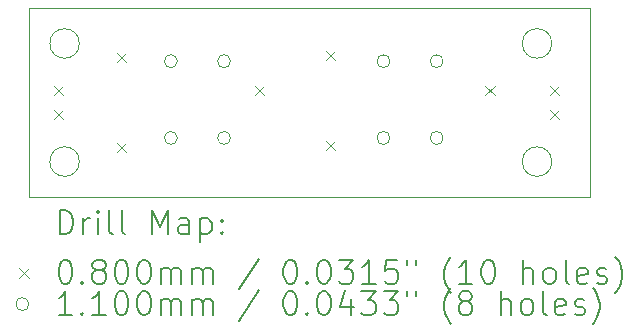
<source format=gbr>
%TF.GenerationSoftware,KiCad,Pcbnew,8.0.4*%
%TF.CreationDate,2024-08-25T20:44:00+02:00*%
%TF.ProjectId,PlayerMusic-VolumePCB,506c6179-6572-44d7-9573-69632d566f6c,rev?*%
%TF.SameCoordinates,Original*%
%TF.FileFunction,Drillmap*%
%TF.FilePolarity,Positive*%
%FSLAX45Y45*%
G04 Gerber Fmt 4.5, Leading zero omitted, Abs format (unit mm)*
G04 Created by KiCad (PCBNEW 8.0.4) date 2024-08-25 20:44:00*
%MOMM*%
%LPD*%
G01*
G04 APERTURE LIST*
%ADD10C,0.050000*%
%ADD11C,0.200000*%
%ADD12C,0.100000*%
%ADD13C,0.110000*%
G04 APERTURE END LIST*
D10*
X0Y0D02*
X4750000Y0D01*
X4750000Y-1600000D01*
X0Y-1600000D01*
X0Y0D01*
X425000Y-1300000D02*
G75*
G02*
X175000Y-1300000I-125000J0D01*
G01*
X175000Y-1300000D02*
G75*
G02*
X425000Y-1300000I125000J0D01*
G01*
X4425000Y-1300000D02*
G75*
G02*
X4175000Y-1300000I-125000J0D01*
G01*
X4175000Y-1300000D02*
G75*
G02*
X4425000Y-1300000I125000J0D01*
G01*
X425000Y-300000D02*
G75*
G02*
X175000Y-300000I-125000J0D01*
G01*
X175000Y-300000D02*
G75*
G02*
X425000Y-300000I125000J0D01*
G01*
X4425000Y-300000D02*
G75*
G02*
X4175000Y-300000I-125000J0D01*
G01*
X4175000Y-300000D02*
G75*
G02*
X4425000Y-300000I125000J0D01*
G01*
D11*
D12*
X210000Y-660000D02*
X290000Y-740000D01*
X290000Y-660000D02*
X210000Y-740000D01*
X210000Y-860000D02*
X290000Y-940000D01*
X290000Y-860000D02*
X210000Y-940000D01*
X740500Y-379000D02*
X820500Y-459000D01*
X820500Y-379000D02*
X740500Y-459000D01*
X740500Y-1141000D02*
X820500Y-1221000D01*
X820500Y-1141000D02*
X740500Y-1221000D01*
X1910000Y-660000D02*
X1990000Y-740000D01*
X1990000Y-660000D02*
X1910000Y-740000D01*
X2510000Y-360000D02*
X2590000Y-440000D01*
X2590000Y-360000D02*
X2510000Y-440000D01*
X2510000Y-1122000D02*
X2590000Y-1202000D01*
X2590000Y-1122000D02*
X2510000Y-1202000D01*
X3860000Y-660000D02*
X3940000Y-740000D01*
X3940000Y-660000D02*
X3860000Y-740000D01*
X4410000Y-660000D02*
X4490000Y-740000D01*
X4490000Y-660000D02*
X4410000Y-740000D01*
X4410000Y-860000D02*
X4490000Y-940000D01*
X4490000Y-860000D02*
X4410000Y-940000D01*
D13*
X1255000Y-450000D02*
G75*
G02*
X1145000Y-450000I-55000J0D01*
G01*
X1145000Y-450000D02*
G75*
G02*
X1255000Y-450000I55000J0D01*
G01*
X1255000Y-1100000D02*
G75*
G02*
X1145000Y-1100000I-55000J0D01*
G01*
X1145000Y-1100000D02*
G75*
G02*
X1255000Y-1100000I55000J0D01*
G01*
X1705000Y-450000D02*
G75*
G02*
X1595000Y-450000I-55000J0D01*
G01*
X1595000Y-450000D02*
G75*
G02*
X1705000Y-450000I55000J0D01*
G01*
X1705000Y-1100000D02*
G75*
G02*
X1595000Y-1100000I-55000J0D01*
G01*
X1595000Y-1100000D02*
G75*
G02*
X1705000Y-1100000I55000J0D01*
G01*
X3055000Y-450000D02*
G75*
G02*
X2945000Y-450000I-55000J0D01*
G01*
X2945000Y-450000D02*
G75*
G02*
X3055000Y-450000I55000J0D01*
G01*
X3055000Y-1100000D02*
G75*
G02*
X2945000Y-1100000I-55000J0D01*
G01*
X2945000Y-1100000D02*
G75*
G02*
X3055000Y-1100000I55000J0D01*
G01*
X3505000Y-450000D02*
G75*
G02*
X3395000Y-450000I-55000J0D01*
G01*
X3395000Y-450000D02*
G75*
G02*
X3505000Y-450000I55000J0D01*
G01*
X3505000Y-1100000D02*
G75*
G02*
X3395000Y-1100000I-55000J0D01*
G01*
X3395000Y-1100000D02*
G75*
G02*
X3505000Y-1100000I55000J0D01*
G01*
D11*
X258277Y-1913984D02*
X258277Y-1713984D01*
X258277Y-1713984D02*
X305896Y-1713984D01*
X305896Y-1713984D02*
X334467Y-1723508D01*
X334467Y-1723508D02*
X353515Y-1742555D01*
X353515Y-1742555D02*
X363039Y-1761603D01*
X363039Y-1761603D02*
X372562Y-1799698D01*
X372562Y-1799698D02*
X372562Y-1828269D01*
X372562Y-1828269D02*
X363039Y-1866365D01*
X363039Y-1866365D02*
X353515Y-1885412D01*
X353515Y-1885412D02*
X334467Y-1904460D01*
X334467Y-1904460D02*
X305896Y-1913984D01*
X305896Y-1913984D02*
X258277Y-1913984D01*
X458277Y-1913984D02*
X458277Y-1780650D01*
X458277Y-1818746D02*
X467801Y-1799698D01*
X467801Y-1799698D02*
X477324Y-1790174D01*
X477324Y-1790174D02*
X496372Y-1780650D01*
X496372Y-1780650D02*
X515420Y-1780650D01*
X582086Y-1913984D02*
X582086Y-1780650D01*
X582086Y-1713984D02*
X572563Y-1723508D01*
X572563Y-1723508D02*
X582086Y-1733031D01*
X582086Y-1733031D02*
X591610Y-1723508D01*
X591610Y-1723508D02*
X582086Y-1713984D01*
X582086Y-1713984D02*
X582086Y-1733031D01*
X705896Y-1913984D02*
X686848Y-1904460D01*
X686848Y-1904460D02*
X677324Y-1885412D01*
X677324Y-1885412D02*
X677324Y-1713984D01*
X810658Y-1913984D02*
X791610Y-1904460D01*
X791610Y-1904460D02*
X782086Y-1885412D01*
X782086Y-1885412D02*
X782086Y-1713984D01*
X1039229Y-1913984D02*
X1039229Y-1713984D01*
X1039229Y-1713984D02*
X1105896Y-1856841D01*
X1105896Y-1856841D02*
X1172563Y-1713984D01*
X1172563Y-1713984D02*
X1172563Y-1913984D01*
X1353515Y-1913984D02*
X1353515Y-1809222D01*
X1353515Y-1809222D02*
X1343991Y-1790174D01*
X1343991Y-1790174D02*
X1324944Y-1780650D01*
X1324944Y-1780650D02*
X1286848Y-1780650D01*
X1286848Y-1780650D02*
X1267801Y-1790174D01*
X1353515Y-1904460D02*
X1334467Y-1913984D01*
X1334467Y-1913984D02*
X1286848Y-1913984D01*
X1286848Y-1913984D02*
X1267801Y-1904460D01*
X1267801Y-1904460D02*
X1258277Y-1885412D01*
X1258277Y-1885412D02*
X1258277Y-1866365D01*
X1258277Y-1866365D02*
X1267801Y-1847317D01*
X1267801Y-1847317D02*
X1286848Y-1837793D01*
X1286848Y-1837793D02*
X1334467Y-1837793D01*
X1334467Y-1837793D02*
X1353515Y-1828269D01*
X1448753Y-1780650D02*
X1448753Y-1980650D01*
X1448753Y-1790174D02*
X1467801Y-1780650D01*
X1467801Y-1780650D02*
X1505896Y-1780650D01*
X1505896Y-1780650D02*
X1524943Y-1790174D01*
X1524943Y-1790174D02*
X1534467Y-1799698D01*
X1534467Y-1799698D02*
X1543991Y-1818746D01*
X1543991Y-1818746D02*
X1543991Y-1875888D01*
X1543991Y-1875888D02*
X1534467Y-1894936D01*
X1534467Y-1894936D02*
X1524943Y-1904460D01*
X1524943Y-1904460D02*
X1505896Y-1913984D01*
X1505896Y-1913984D02*
X1467801Y-1913984D01*
X1467801Y-1913984D02*
X1448753Y-1904460D01*
X1629705Y-1894936D02*
X1639229Y-1904460D01*
X1639229Y-1904460D02*
X1629705Y-1913984D01*
X1629705Y-1913984D02*
X1620182Y-1904460D01*
X1620182Y-1904460D02*
X1629705Y-1894936D01*
X1629705Y-1894936D02*
X1629705Y-1913984D01*
X1629705Y-1790174D02*
X1639229Y-1799698D01*
X1639229Y-1799698D02*
X1629705Y-1809222D01*
X1629705Y-1809222D02*
X1620182Y-1799698D01*
X1620182Y-1799698D02*
X1629705Y-1790174D01*
X1629705Y-1790174D02*
X1629705Y-1809222D01*
D12*
X-82500Y-2202500D02*
X-2500Y-2282500D01*
X-2500Y-2202500D02*
X-82500Y-2282500D01*
D11*
X296372Y-2133984D02*
X315420Y-2133984D01*
X315420Y-2133984D02*
X334467Y-2143508D01*
X334467Y-2143508D02*
X343991Y-2153031D01*
X343991Y-2153031D02*
X353515Y-2172079D01*
X353515Y-2172079D02*
X363039Y-2210174D01*
X363039Y-2210174D02*
X363039Y-2257793D01*
X363039Y-2257793D02*
X353515Y-2295889D01*
X353515Y-2295889D02*
X343991Y-2314936D01*
X343991Y-2314936D02*
X334467Y-2324460D01*
X334467Y-2324460D02*
X315420Y-2333984D01*
X315420Y-2333984D02*
X296372Y-2333984D01*
X296372Y-2333984D02*
X277324Y-2324460D01*
X277324Y-2324460D02*
X267801Y-2314936D01*
X267801Y-2314936D02*
X258277Y-2295889D01*
X258277Y-2295889D02*
X248753Y-2257793D01*
X248753Y-2257793D02*
X248753Y-2210174D01*
X248753Y-2210174D02*
X258277Y-2172079D01*
X258277Y-2172079D02*
X267801Y-2153031D01*
X267801Y-2153031D02*
X277324Y-2143508D01*
X277324Y-2143508D02*
X296372Y-2133984D01*
X448753Y-2314936D02*
X458277Y-2324460D01*
X458277Y-2324460D02*
X448753Y-2333984D01*
X448753Y-2333984D02*
X439229Y-2324460D01*
X439229Y-2324460D02*
X448753Y-2314936D01*
X448753Y-2314936D02*
X448753Y-2333984D01*
X572563Y-2219698D02*
X553515Y-2210174D01*
X553515Y-2210174D02*
X543991Y-2200650D01*
X543991Y-2200650D02*
X534467Y-2181603D01*
X534467Y-2181603D02*
X534467Y-2172079D01*
X534467Y-2172079D02*
X543991Y-2153031D01*
X543991Y-2153031D02*
X553515Y-2143508D01*
X553515Y-2143508D02*
X572563Y-2133984D01*
X572563Y-2133984D02*
X610658Y-2133984D01*
X610658Y-2133984D02*
X629705Y-2143508D01*
X629705Y-2143508D02*
X639229Y-2153031D01*
X639229Y-2153031D02*
X648753Y-2172079D01*
X648753Y-2172079D02*
X648753Y-2181603D01*
X648753Y-2181603D02*
X639229Y-2200650D01*
X639229Y-2200650D02*
X629705Y-2210174D01*
X629705Y-2210174D02*
X610658Y-2219698D01*
X610658Y-2219698D02*
X572563Y-2219698D01*
X572563Y-2219698D02*
X553515Y-2229222D01*
X553515Y-2229222D02*
X543991Y-2238746D01*
X543991Y-2238746D02*
X534467Y-2257793D01*
X534467Y-2257793D02*
X534467Y-2295889D01*
X534467Y-2295889D02*
X543991Y-2314936D01*
X543991Y-2314936D02*
X553515Y-2324460D01*
X553515Y-2324460D02*
X572563Y-2333984D01*
X572563Y-2333984D02*
X610658Y-2333984D01*
X610658Y-2333984D02*
X629705Y-2324460D01*
X629705Y-2324460D02*
X639229Y-2314936D01*
X639229Y-2314936D02*
X648753Y-2295889D01*
X648753Y-2295889D02*
X648753Y-2257793D01*
X648753Y-2257793D02*
X639229Y-2238746D01*
X639229Y-2238746D02*
X629705Y-2229222D01*
X629705Y-2229222D02*
X610658Y-2219698D01*
X772562Y-2133984D02*
X791610Y-2133984D01*
X791610Y-2133984D02*
X810658Y-2143508D01*
X810658Y-2143508D02*
X820182Y-2153031D01*
X820182Y-2153031D02*
X829705Y-2172079D01*
X829705Y-2172079D02*
X839229Y-2210174D01*
X839229Y-2210174D02*
X839229Y-2257793D01*
X839229Y-2257793D02*
X829705Y-2295889D01*
X829705Y-2295889D02*
X820182Y-2314936D01*
X820182Y-2314936D02*
X810658Y-2324460D01*
X810658Y-2324460D02*
X791610Y-2333984D01*
X791610Y-2333984D02*
X772562Y-2333984D01*
X772562Y-2333984D02*
X753515Y-2324460D01*
X753515Y-2324460D02*
X743991Y-2314936D01*
X743991Y-2314936D02*
X734467Y-2295889D01*
X734467Y-2295889D02*
X724943Y-2257793D01*
X724943Y-2257793D02*
X724943Y-2210174D01*
X724943Y-2210174D02*
X734467Y-2172079D01*
X734467Y-2172079D02*
X743991Y-2153031D01*
X743991Y-2153031D02*
X753515Y-2143508D01*
X753515Y-2143508D02*
X772562Y-2133984D01*
X963039Y-2133984D02*
X982086Y-2133984D01*
X982086Y-2133984D02*
X1001134Y-2143508D01*
X1001134Y-2143508D02*
X1010658Y-2153031D01*
X1010658Y-2153031D02*
X1020182Y-2172079D01*
X1020182Y-2172079D02*
X1029705Y-2210174D01*
X1029705Y-2210174D02*
X1029705Y-2257793D01*
X1029705Y-2257793D02*
X1020182Y-2295889D01*
X1020182Y-2295889D02*
X1010658Y-2314936D01*
X1010658Y-2314936D02*
X1001134Y-2324460D01*
X1001134Y-2324460D02*
X982086Y-2333984D01*
X982086Y-2333984D02*
X963039Y-2333984D01*
X963039Y-2333984D02*
X943991Y-2324460D01*
X943991Y-2324460D02*
X934467Y-2314936D01*
X934467Y-2314936D02*
X924943Y-2295889D01*
X924943Y-2295889D02*
X915420Y-2257793D01*
X915420Y-2257793D02*
X915420Y-2210174D01*
X915420Y-2210174D02*
X924943Y-2172079D01*
X924943Y-2172079D02*
X934467Y-2153031D01*
X934467Y-2153031D02*
X943991Y-2143508D01*
X943991Y-2143508D02*
X963039Y-2133984D01*
X1115420Y-2333984D02*
X1115420Y-2200650D01*
X1115420Y-2219698D02*
X1124944Y-2210174D01*
X1124944Y-2210174D02*
X1143991Y-2200650D01*
X1143991Y-2200650D02*
X1172563Y-2200650D01*
X1172563Y-2200650D02*
X1191610Y-2210174D01*
X1191610Y-2210174D02*
X1201134Y-2229222D01*
X1201134Y-2229222D02*
X1201134Y-2333984D01*
X1201134Y-2229222D02*
X1210658Y-2210174D01*
X1210658Y-2210174D02*
X1229705Y-2200650D01*
X1229705Y-2200650D02*
X1258277Y-2200650D01*
X1258277Y-2200650D02*
X1277325Y-2210174D01*
X1277325Y-2210174D02*
X1286848Y-2229222D01*
X1286848Y-2229222D02*
X1286848Y-2333984D01*
X1382086Y-2333984D02*
X1382086Y-2200650D01*
X1382086Y-2219698D02*
X1391610Y-2210174D01*
X1391610Y-2210174D02*
X1410658Y-2200650D01*
X1410658Y-2200650D02*
X1439229Y-2200650D01*
X1439229Y-2200650D02*
X1458277Y-2210174D01*
X1458277Y-2210174D02*
X1467801Y-2229222D01*
X1467801Y-2229222D02*
X1467801Y-2333984D01*
X1467801Y-2229222D02*
X1477324Y-2210174D01*
X1477324Y-2210174D02*
X1496372Y-2200650D01*
X1496372Y-2200650D02*
X1524943Y-2200650D01*
X1524943Y-2200650D02*
X1543991Y-2210174D01*
X1543991Y-2210174D02*
X1553515Y-2229222D01*
X1553515Y-2229222D02*
X1553515Y-2333984D01*
X1943991Y-2124460D02*
X1772563Y-2381603D01*
X2201134Y-2133984D02*
X2220182Y-2133984D01*
X2220182Y-2133984D02*
X2239229Y-2143508D01*
X2239229Y-2143508D02*
X2248753Y-2153031D01*
X2248753Y-2153031D02*
X2258277Y-2172079D01*
X2258277Y-2172079D02*
X2267801Y-2210174D01*
X2267801Y-2210174D02*
X2267801Y-2257793D01*
X2267801Y-2257793D02*
X2258277Y-2295889D01*
X2258277Y-2295889D02*
X2248753Y-2314936D01*
X2248753Y-2314936D02*
X2239229Y-2324460D01*
X2239229Y-2324460D02*
X2220182Y-2333984D01*
X2220182Y-2333984D02*
X2201134Y-2333984D01*
X2201134Y-2333984D02*
X2182087Y-2324460D01*
X2182087Y-2324460D02*
X2172563Y-2314936D01*
X2172563Y-2314936D02*
X2163039Y-2295889D01*
X2163039Y-2295889D02*
X2153515Y-2257793D01*
X2153515Y-2257793D02*
X2153515Y-2210174D01*
X2153515Y-2210174D02*
X2163039Y-2172079D01*
X2163039Y-2172079D02*
X2172563Y-2153031D01*
X2172563Y-2153031D02*
X2182087Y-2143508D01*
X2182087Y-2143508D02*
X2201134Y-2133984D01*
X2353515Y-2314936D02*
X2363039Y-2324460D01*
X2363039Y-2324460D02*
X2353515Y-2333984D01*
X2353515Y-2333984D02*
X2343991Y-2324460D01*
X2343991Y-2324460D02*
X2353515Y-2314936D01*
X2353515Y-2314936D02*
X2353515Y-2333984D01*
X2486848Y-2133984D02*
X2505896Y-2133984D01*
X2505896Y-2133984D02*
X2524944Y-2143508D01*
X2524944Y-2143508D02*
X2534468Y-2153031D01*
X2534468Y-2153031D02*
X2543991Y-2172079D01*
X2543991Y-2172079D02*
X2553515Y-2210174D01*
X2553515Y-2210174D02*
X2553515Y-2257793D01*
X2553515Y-2257793D02*
X2543991Y-2295889D01*
X2543991Y-2295889D02*
X2534468Y-2314936D01*
X2534468Y-2314936D02*
X2524944Y-2324460D01*
X2524944Y-2324460D02*
X2505896Y-2333984D01*
X2505896Y-2333984D02*
X2486848Y-2333984D01*
X2486848Y-2333984D02*
X2467801Y-2324460D01*
X2467801Y-2324460D02*
X2458277Y-2314936D01*
X2458277Y-2314936D02*
X2448753Y-2295889D01*
X2448753Y-2295889D02*
X2439229Y-2257793D01*
X2439229Y-2257793D02*
X2439229Y-2210174D01*
X2439229Y-2210174D02*
X2448753Y-2172079D01*
X2448753Y-2172079D02*
X2458277Y-2153031D01*
X2458277Y-2153031D02*
X2467801Y-2143508D01*
X2467801Y-2143508D02*
X2486848Y-2133984D01*
X2620182Y-2133984D02*
X2743991Y-2133984D01*
X2743991Y-2133984D02*
X2677325Y-2210174D01*
X2677325Y-2210174D02*
X2705896Y-2210174D01*
X2705896Y-2210174D02*
X2724944Y-2219698D01*
X2724944Y-2219698D02*
X2734468Y-2229222D01*
X2734468Y-2229222D02*
X2743991Y-2248270D01*
X2743991Y-2248270D02*
X2743991Y-2295889D01*
X2743991Y-2295889D02*
X2734468Y-2314936D01*
X2734468Y-2314936D02*
X2724944Y-2324460D01*
X2724944Y-2324460D02*
X2705896Y-2333984D01*
X2705896Y-2333984D02*
X2648753Y-2333984D01*
X2648753Y-2333984D02*
X2629706Y-2324460D01*
X2629706Y-2324460D02*
X2620182Y-2314936D01*
X2934467Y-2333984D02*
X2820182Y-2333984D01*
X2877325Y-2333984D02*
X2877325Y-2133984D01*
X2877325Y-2133984D02*
X2858277Y-2162555D01*
X2858277Y-2162555D02*
X2839229Y-2181603D01*
X2839229Y-2181603D02*
X2820182Y-2191127D01*
X3115420Y-2133984D02*
X3020182Y-2133984D01*
X3020182Y-2133984D02*
X3010658Y-2229222D01*
X3010658Y-2229222D02*
X3020182Y-2219698D01*
X3020182Y-2219698D02*
X3039229Y-2210174D01*
X3039229Y-2210174D02*
X3086848Y-2210174D01*
X3086848Y-2210174D02*
X3105896Y-2219698D01*
X3105896Y-2219698D02*
X3115420Y-2229222D01*
X3115420Y-2229222D02*
X3124944Y-2248270D01*
X3124944Y-2248270D02*
X3124944Y-2295889D01*
X3124944Y-2295889D02*
X3115420Y-2314936D01*
X3115420Y-2314936D02*
X3105896Y-2324460D01*
X3105896Y-2324460D02*
X3086848Y-2333984D01*
X3086848Y-2333984D02*
X3039229Y-2333984D01*
X3039229Y-2333984D02*
X3020182Y-2324460D01*
X3020182Y-2324460D02*
X3010658Y-2314936D01*
X3201134Y-2133984D02*
X3201134Y-2172079D01*
X3277325Y-2133984D02*
X3277325Y-2172079D01*
X3572563Y-2410174D02*
X3563039Y-2400650D01*
X3563039Y-2400650D02*
X3543991Y-2372079D01*
X3543991Y-2372079D02*
X3534468Y-2353031D01*
X3534468Y-2353031D02*
X3524944Y-2324460D01*
X3524944Y-2324460D02*
X3515420Y-2276841D01*
X3515420Y-2276841D02*
X3515420Y-2238746D01*
X3515420Y-2238746D02*
X3524944Y-2191127D01*
X3524944Y-2191127D02*
X3534468Y-2162555D01*
X3534468Y-2162555D02*
X3543991Y-2143508D01*
X3543991Y-2143508D02*
X3563039Y-2114936D01*
X3563039Y-2114936D02*
X3572563Y-2105412D01*
X3753515Y-2333984D02*
X3639229Y-2333984D01*
X3696372Y-2333984D02*
X3696372Y-2133984D01*
X3696372Y-2133984D02*
X3677325Y-2162555D01*
X3677325Y-2162555D02*
X3658277Y-2181603D01*
X3658277Y-2181603D02*
X3639229Y-2191127D01*
X3877325Y-2133984D02*
X3896372Y-2133984D01*
X3896372Y-2133984D02*
X3915420Y-2143508D01*
X3915420Y-2143508D02*
X3924944Y-2153031D01*
X3924944Y-2153031D02*
X3934468Y-2172079D01*
X3934468Y-2172079D02*
X3943991Y-2210174D01*
X3943991Y-2210174D02*
X3943991Y-2257793D01*
X3943991Y-2257793D02*
X3934468Y-2295889D01*
X3934468Y-2295889D02*
X3924944Y-2314936D01*
X3924944Y-2314936D02*
X3915420Y-2324460D01*
X3915420Y-2324460D02*
X3896372Y-2333984D01*
X3896372Y-2333984D02*
X3877325Y-2333984D01*
X3877325Y-2333984D02*
X3858277Y-2324460D01*
X3858277Y-2324460D02*
X3848753Y-2314936D01*
X3848753Y-2314936D02*
X3839229Y-2295889D01*
X3839229Y-2295889D02*
X3829706Y-2257793D01*
X3829706Y-2257793D02*
X3829706Y-2210174D01*
X3829706Y-2210174D02*
X3839229Y-2172079D01*
X3839229Y-2172079D02*
X3848753Y-2153031D01*
X3848753Y-2153031D02*
X3858277Y-2143508D01*
X3858277Y-2143508D02*
X3877325Y-2133984D01*
X4182087Y-2333984D02*
X4182087Y-2133984D01*
X4267801Y-2333984D02*
X4267801Y-2229222D01*
X4267801Y-2229222D02*
X4258277Y-2210174D01*
X4258277Y-2210174D02*
X4239230Y-2200650D01*
X4239230Y-2200650D02*
X4210658Y-2200650D01*
X4210658Y-2200650D02*
X4191610Y-2210174D01*
X4191610Y-2210174D02*
X4182087Y-2219698D01*
X4391611Y-2333984D02*
X4372563Y-2324460D01*
X4372563Y-2324460D02*
X4363039Y-2314936D01*
X4363039Y-2314936D02*
X4353515Y-2295889D01*
X4353515Y-2295889D02*
X4353515Y-2238746D01*
X4353515Y-2238746D02*
X4363039Y-2219698D01*
X4363039Y-2219698D02*
X4372563Y-2210174D01*
X4372563Y-2210174D02*
X4391611Y-2200650D01*
X4391611Y-2200650D02*
X4420182Y-2200650D01*
X4420182Y-2200650D02*
X4439230Y-2210174D01*
X4439230Y-2210174D02*
X4448753Y-2219698D01*
X4448753Y-2219698D02*
X4458277Y-2238746D01*
X4458277Y-2238746D02*
X4458277Y-2295889D01*
X4458277Y-2295889D02*
X4448753Y-2314936D01*
X4448753Y-2314936D02*
X4439230Y-2324460D01*
X4439230Y-2324460D02*
X4420182Y-2333984D01*
X4420182Y-2333984D02*
X4391611Y-2333984D01*
X4572563Y-2333984D02*
X4553515Y-2324460D01*
X4553515Y-2324460D02*
X4543992Y-2305412D01*
X4543992Y-2305412D02*
X4543992Y-2133984D01*
X4724944Y-2324460D02*
X4705896Y-2333984D01*
X4705896Y-2333984D02*
X4667801Y-2333984D01*
X4667801Y-2333984D02*
X4648753Y-2324460D01*
X4648753Y-2324460D02*
X4639230Y-2305412D01*
X4639230Y-2305412D02*
X4639230Y-2229222D01*
X4639230Y-2229222D02*
X4648753Y-2210174D01*
X4648753Y-2210174D02*
X4667801Y-2200650D01*
X4667801Y-2200650D02*
X4705896Y-2200650D01*
X4705896Y-2200650D02*
X4724944Y-2210174D01*
X4724944Y-2210174D02*
X4734468Y-2229222D01*
X4734468Y-2229222D02*
X4734468Y-2248270D01*
X4734468Y-2248270D02*
X4639230Y-2267317D01*
X4810658Y-2324460D02*
X4829706Y-2333984D01*
X4829706Y-2333984D02*
X4867801Y-2333984D01*
X4867801Y-2333984D02*
X4886849Y-2324460D01*
X4886849Y-2324460D02*
X4896373Y-2305412D01*
X4896373Y-2305412D02*
X4896373Y-2295889D01*
X4896373Y-2295889D02*
X4886849Y-2276841D01*
X4886849Y-2276841D02*
X4867801Y-2267317D01*
X4867801Y-2267317D02*
X4839230Y-2267317D01*
X4839230Y-2267317D02*
X4820182Y-2257793D01*
X4820182Y-2257793D02*
X4810658Y-2238746D01*
X4810658Y-2238746D02*
X4810658Y-2229222D01*
X4810658Y-2229222D02*
X4820182Y-2210174D01*
X4820182Y-2210174D02*
X4839230Y-2200650D01*
X4839230Y-2200650D02*
X4867801Y-2200650D01*
X4867801Y-2200650D02*
X4886849Y-2210174D01*
X4963039Y-2410174D02*
X4972563Y-2400650D01*
X4972563Y-2400650D02*
X4991611Y-2372079D01*
X4991611Y-2372079D02*
X5001134Y-2353031D01*
X5001134Y-2353031D02*
X5010658Y-2324460D01*
X5010658Y-2324460D02*
X5020182Y-2276841D01*
X5020182Y-2276841D02*
X5020182Y-2238746D01*
X5020182Y-2238746D02*
X5010658Y-2191127D01*
X5010658Y-2191127D02*
X5001134Y-2162555D01*
X5001134Y-2162555D02*
X4991611Y-2143508D01*
X4991611Y-2143508D02*
X4972563Y-2114936D01*
X4972563Y-2114936D02*
X4963039Y-2105412D01*
D13*
X-2500Y-2506500D02*
G75*
G02*
X-112500Y-2506500I-55000J0D01*
G01*
X-112500Y-2506500D02*
G75*
G02*
X-2500Y-2506500I55000J0D01*
G01*
D11*
X363039Y-2597984D02*
X248753Y-2597984D01*
X305896Y-2597984D02*
X305896Y-2397984D01*
X305896Y-2397984D02*
X286848Y-2426555D01*
X286848Y-2426555D02*
X267801Y-2445603D01*
X267801Y-2445603D02*
X248753Y-2455127D01*
X448753Y-2578936D02*
X458277Y-2588460D01*
X458277Y-2588460D02*
X448753Y-2597984D01*
X448753Y-2597984D02*
X439229Y-2588460D01*
X439229Y-2588460D02*
X448753Y-2578936D01*
X448753Y-2578936D02*
X448753Y-2597984D01*
X648753Y-2597984D02*
X534467Y-2597984D01*
X591610Y-2597984D02*
X591610Y-2397984D01*
X591610Y-2397984D02*
X572563Y-2426555D01*
X572563Y-2426555D02*
X553515Y-2445603D01*
X553515Y-2445603D02*
X534467Y-2455127D01*
X772562Y-2397984D02*
X791610Y-2397984D01*
X791610Y-2397984D02*
X810658Y-2407508D01*
X810658Y-2407508D02*
X820182Y-2417031D01*
X820182Y-2417031D02*
X829705Y-2436079D01*
X829705Y-2436079D02*
X839229Y-2474174D01*
X839229Y-2474174D02*
X839229Y-2521793D01*
X839229Y-2521793D02*
X829705Y-2559889D01*
X829705Y-2559889D02*
X820182Y-2578936D01*
X820182Y-2578936D02*
X810658Y-2588460D01*
X810658Y-2588460D02*
X791610Y-2597984D01*
X791610Y-2597984D02*
X772562Y-2597984D01*
X772562Y-2597984D02*
X753515Y-2588460D01*
X753515Y-2588460D02*
X743991Y-2578936D01*
X743991Y-2578936D02*
X734467Y-2559889D01*
X734467Y-2559889D02*
X724943Y-2521793D01*
X724943Y-2521793D02*
X724943Y-2474174D01*
X724943Y-2474174D02*
X734467Y-2436079D01*
X734467Y-2436079D02*
X743991Y-2417031D01*
X743991Y-2417031D02*
X753515Y-2407508D01*
X753515Y-2407508D02*
X772562Y-2397984D01*
X963039Y-2397984D02*
X982086Y-2397984D01*
X982086Y-2397984D02*
X1001134Y-2407508D01*
X1001134Y-2407508D02*
X1010658Y-2417031D01*
X1010658Y-2417031D02*
X1020182Y-2436079D01*
X1020182Y-2436079D02*
X1029705Y-2474174D01*
X1029705Y-2474174D02*
X1029705Y-2521793D01*
X1029705Y-2521793D02*
X1020182Y-2559889D01*
X1020182Y-2559889D02*
X1010658Y-2578936D01*
X1010658Y-2578936D02*
X1001134Y-2588460D01*
X1001134Y-2588460D02*
X982086Y-2597984D01*
X982086Y-2597984D02*
X963039Y-2597984D01*
X963039Y-2597984D02*
X943991Y-2588460D01*
X943991Y-2588460D02*
X934467Y-2578936D01*
X934467Y-2578936D02*
X924943Y-2559889D01*
X924943Y-2559889D02*
X915420Y-2521793D01*
X915420Y-2521793D02*
X915420Y-2474174D01*
X915420Y-2474174D02*
X924943Y-2436079D01*
X924943Y-2436079D02*
X934467Y-2417031D01*
X934467Y-2417031D02*
X943991Y-2407508D01*
X943991Y-2407508D02*
X963039Y-2397984D01*
X1115420Y-2597984D02*
X1115420Y-2464650D01*
X1115420Y-2483698D02*
X1124944Y-2474174D01*
X1124944Y-2474174D02*
X1143991Y-2464650D01*
X1143991Y-2464650D02*
X1172563Y-2464650D01*
X1172563Y-2464650D02*
X1191610Y-2474174D01*
X1191610Y-2474174D02*
X1201134Y-2493222D01*
X1201134Y-2493222D02*
X1201134Y-2597984D01*
X1201134Y-2493222D02*
X1210658Y-2474174D01*
X1210658Y-2474174D02*
X1229705Y-2464650D01*
X1229705Y-2464650D02*
X1258277Y-2464650D01*
X1258277Y-2464650D02*
X1277325Y-2474174D01*
X1277325Y-2474174D02*
X1286848Y-2493222D01*
X1286848Y-2493222D02*
X1286848Y-2597984D01*
X1382086Y-2597984D02*
X1382086Y-2464650D01*
X1382086Y-2483698D02*
X1391610Y-2474174D01*
X1391610Y-2474174D02*
X1410658Y-2464650D01*
X1410658Y-2464650D02*
X1439229Y-2464650D01*
X1439229Y-2464650D02*
X1458277Y-2474174D01*
X1458277Y-2474174D02*
X1467801Y-2493222D01*
X1467801Y-2493222D02*
X1467801Y-2597984D01*
X1467801Y-2493222D02*
X1477324Y-2474174D01*
X1477324Y-2474174D02*
X1496372Y-2464650D01*
X1496372Y-2464650D02*
X1524943Y-2464650D01*
X1524943Y-2464650D02*
X1543991Y-2474174D01*
X1543991Y-2474174D02*
X1553515Y-2493222D01*
X1553515Y-2493222D02*
X1553515Y-2597984D01*
X1943991Y-2388460D02*
X1772563Y-2645603D01*
X2201134Y-2397984D02*
X2220182Y-2397984D01*
X2220182Y-2397984D02*
X2239229Y-2407508D01*
X2239229Y-2407508D02*
X2248753Y-2417031D01*
X2248753Y-2417031D02*
X2258277Y-2436079D01*
X2258277Y-2436079D02*
X2267801Y-2474174D01*
X2267801Y-2474174D02*
X2267801Y-2521793D01*
X2267801Y-2521793D02*
X2258277Y-2559889D01*
X2258277Y-2559889D02*
X2248753Y-2578936D01*
X2248753Y-2578936D02*
X2239229Y-2588460D01*
X2239229Y-2588460D02*
X2220182Y-2597984D01*
X2220182Y-2597984D02*
X2201134Y-2597984D01*
X2201134Y-2597984D02*
X2182087Y-2588460D01*
X2182087Y-2588460D02*
X2172563Y-2578936D01*
X2172563Y-2578936D02*
X2163039Y-2559889D01*
X2163039Y-2559889D02*
X2153515Y-2521793D01*
X2153515Y-2521793D02*
X2153515Y-2474174D01*
X2153515Y-2474174D02*
X2163039Y-2436079D01*
X2163039Y-2436079D02*
X2172563Y-2417031D01*
X2172563Y-2417031D02*
X2182087Y-2407508D01*
X2182087Y-2407508D02*
X2201134Y-2397984D01*
X2353515Y-2578936D02*
X2363039Y-2588460D01*
X2363039Y-2588460D02*
X2353515Y-2597984D01*
X2353515Y-2597984D02*
X2343991Y-2588460D01*
X2343991Y-2588460D02*
X2353515Y-2578936D01*
X2353515Y-2578936D02*
X2353515Y-2597984D01*
X2486848Y-2397984D02*
X2505896Y-2397984D01*
X2505896Y-2397984D02*
X2524944Y-2407508D01*
X2524944Y-2407508D02*
X2534468Y-2417031D01*
X2534468Y-2417031D02*
X2543991Y-2436079D01*
X2543991Y-2436079D02*
X2553515Y-2474174D01*
X2553515Y-2474174D02*
X2553515Y-2521793D01*
X2553515Y-2521793D02*
X2543991Y-2559889D01*
X2543991Y-2559889D02*
X2534468Y-2578936D01*
X2534468Y-2578936D02*
X2524944Y-2588460D01*
X2524944Y-2588460D02*
X2505896Y-2597984D01*
X2505896Y-2597984D02*
X2486848Y-2597984D01*
X2486848Y-2597984D02*
X2467801Y-2588460D01*
X2467801Y-2588460D02*
X2458277Y-2578936D01*
X2458277Y-2578936D02*
X2448753Y-2559889D01*
X2448753Y-2559889D02*
X2439229Y-2521793D01*
X2439229Y-2521793D02*
X2439229Y-2474174D01*
X2439229Y-2474174D02*
X2448753Y-2436079D01*
X2448753Y-2436079D02*
X2458277Y-2417031D01*
X2458277Y-2417031D02*
X2467801Y-2407508D01*
X2467801Y-2407508D02*
X2486848Y-2397984D01*
X2724944Y-2464650D02*
X2724944Y-2597984D01*
X2677325Y-2388460D02*
X2629706Y-2531317D01*
X2629706Y-2531317D02*
X2753515Y-2531317D01*
X2810658Y-2397984D02*
X2934467Y-2397984D01*
X2934467Y-2397984D02*
X2867801Y-2474174D01*
X2867801Y-2474174D02*
X2896372Y-2474174D01*
X2896372Y-2474174D02*
X2915420Y-2483698D01*
X2915420Y-2483698D02*
X2924944Y-2493222D01*
X2924944Y-2493222D02*
X2934467Y-2512270D01*
X2934467Y-2512270D02*
X2934467Y-2559889D01*
X2934467Y-2559889D02*
X2924944Y-2578936D01*
X2924944Y-2578936D02*
X2915420Y-2588460D01*
X2915420Y-2588460D02*
X2896372Y-2597984D01*
X2896372Y-2597984D02*
X2839229Y-2597984D01*
X2839229Y-2597984D02*
X2820182Y-2588460D01*
X2820182Y-2588460D02*
X2810658Y-2578936D01*
X3001134Y-2397984D02*
X3124944Y-2397984D01*
X3124944Y-2397984D02*
X3058277Y-2474174D01*
X3058277Y-2474174D02*
X3086848Y-2474174D01*
X3086848Y-2474174D02*
X3105896Y-2483698D01*
X3105896Y-2483698D02*
X3115420Y-2493222D01*
X3115420Y-2493222D02*
X3124944Y-2512270D01*
X3124944Y-2512270D02*
X3124944Y-2559889D01*
X3124944Y-2559889D02*
X3115420Y-2578936D01*
X3115420Y-2578936D02*
X3105896Y-2588460D01*
X3105896Y-2588460D02*
X3086848Y-2597984D01*
X3086848Y-2597984D02*
X3029706Y-2597984D01*
X3029706Y-2597984D02*
X3010658Y-2588460D01*
X3010658Y-2588460D02*
X3001134Y-2578936D01*
X3201134Y-2397984D02*
X3201134Y-2436079D01*
X3277325Y-2397984D02*
X3277325Y-2436079D01*
X3572563Y-2674174D02*
X3563039Y-2664650D01*
X3563039Y-2664650D02*
X3543991Y-2636079D01*
X3543991Y-2636079D02*
X3534468Y-2617031D01*
X3534468Y-2617031D02*
X3524944Y-2588460D01*
X3524944Y-2588460D02*
X3515420Y-2540841D01*
X3515420Y-2540841D02*
X3515420Y-2502746D01*
X3515420Y-2502746D02*
X3524944Y-2455127D01*
X3524944Y-2455127D02*
X3534468Y-2426555D01*
X3534468Y-2426555D02*
X3543991Y-2407508D01*
X3543991Y-2407508D02*
X3563039Y-2378936D01*
X3563039Y-2378936D02*
X3572563Y-2369412D01*
X3677325Y-2483698D02*
X3658277Y-2474174D01*
X3658277Y-2474174D02*
X3648753Y-2464650D01*
X3648753Y-2464650D02*
X3639229Y-2445603D01*
X3639229Y-2445603D02*
X3639229Y-2436079D01*
X3639229Y-2436079D02*
X3648753Y-2417031D01*
X3648753Y-2417031D02*
X3658277Y-2407508D01*
X3658277Y-2407508D02*
X3677325Y-2397984D01*
X3677325Y-2397984D02*
X3715420Y-2397984D01*
X3715420Y-2397984D02*
X3734468Y-2407508D01*
X3734468Y-2407508D02*
X3743991Y-2417031D01*
X3743991Y-2417031D02*
X3753515Y-2436079D01*
X3753515Y-2436079D02*
X3753515Y-2445603D01*
X3753515Y-2445603D02*
X3743991Y-2464650D01*
X3743991Y-2464650D02*
X3734468Y-2474174D01*
X3734468Y-2474174D02*
X3715420Y-2483698D01*
X3715420Y-2483698D02*
X3677325Y-2483698D01*
X3677325Y-2483698D02*
X3658277Y-2493222D01*
X3658277Y-2493222D02*
X3648753Y-2502746D01*
X3648753Y-2502746D02*
X3639229Y-2521793D01*
X3639229Y-2521793D02*
X3639229Y-2559889D01*
X3639229Y-2559889D02*
X3648753Y-2578936D01*
X3648753Y-2578936D02*
X3658277Y-2588460D01*
X3658277Y-2588460D02*
X3677325Y-2597984D01*
X3677325Y-2597984D02*
X3715420Y-2597984D01*
X3715420Y-2597984D02*
X3734468Y-2588460D01*
X3734468Y-2588460D02*
X3743991Y-2578936D01*
X3743991Y-2578936D02*
X3753515Y-2559889D01*
X3753515Y-2559889D02*
X3753515Y-2521793D01*
X3753515Y-2521793D02*
X3743991Y-2502746D01*
X3743991Y-2502746D02*
X3734468Y-2493222D01*
X3734468Y-2493222D02*
X3715420Y-2483698D01*
X3991610Y-2597984D02*
X3991610Y-2397984D01*
X4077325Y-2597984D02*
X4077325Y-2493222D01*
X4077325Y-2493222D02*
X4067801Y-2474174D01*
X4067801Y-2474174D02*
X4048753Y-2464650D01*
X4048753Y-2464650D02*
X4020182Y-2464650D01*
X4020182Y-2464650D02*
X4001134Y-2474174D01*
X4001134Y-2474174D02*
X3991610Y-2483698D01*
X4201134Y-2597984D02*
X4182087Y-2588460D01*
X4182087Y-2588460D02*
X4172563Y-2578936D01*
X4172563Y-2578936D02*
X4163039Y-2559889D01*
X4163039Y-2559889D02*
X4163039Y-2502746D01*
X4163039Y-2502746D02*
X4172563Y-2483698D01*
X4172563Y-2483698D02*
X4182087Y-2474174D01*
X4182087Y-2474174D02*
X4201134Y-2464650D01*
X4201134Y-2464650D02*
X4229706Y-2464650D01*
X4229706Y-2464650D02*
X4248753Y-2474174D01*
X4248753Y-2474174D02*
X4258277Y-2483698D01*
X4258277Y-2483698D02*
X4267801Y-2502746D01*
X4267801Y-2502746D02*
X4267801Y-2559889D01*
X4267801Y-2559889D02*
X4258277Y-2578936D01*
X4258277Y-2578936D02*
X4248753Y-2588460D01*
X4248753Y-2588460D02*
X4229706Y-2597984D01*
X4229706Y-2597984D02*
X4201134Y-2597984D01*
X4382087Y-2597984D02*
X4363039Y-2588460D01*
X4363039Y-2588460D02*
X4353515Y-2569412D01*
X4353515Y-2569412D02*
X4353515Y-2397984D01*
X4534468Y-2588460D02*
X4515420Y-2597984D01*
X4515420Y-2597984D02*
X4477325Y-2597984D01*
X4477325Y-2597984D02*
X4458277Y-2588460D01*
X4458277Y-2588460D02*
X4448753Y-2569412D01*
X4448753Y-2569412D02*
X4448753Y-2493222D01*
X4448753Y-2493222D02*
X4458277Y-2474174D01*
X4458277Y-2474174D02*
X4477325Y-2464650D01*
X4477325Y-2464650D02*
X4515420Y-2464650D01*
X4515420Y-2464650D02*
X4534468Y-2474174D01*
X4534468Y-2474174D02*
X4543992Y-2493222D01*
X4543992Y-2493222D02*
X4543992Y-2512270D01*
X4543992Y-2512270D02*
X4448753Y-2531317D01*
X4620182Y-2588460D02*
X4639230Y-2597984D01*
X4639230Y-2597984D02*
X4677325Y-2597984D01*
X4677325Y-2597984D02*
X4696373Y-2588460D01*
X4696373Y-2588460D02*
X4705896Y-2569412D01*
X4705896Y-2569412D02*
X4705896Y-2559889D01*
X4705896Y-2559889D02*
X4696373Y-2540841D01*
X4696373Y-2540841D02*
X4677325Y-2531317D01*
X4677325Y-2531317D02*
X4648753Y-2531317D01*
X4648753Y-2531317D02*
X4629706Y-2521793D01*
X4629706Y-2521793D02*
X4620182Y-2502746D01*
X4620182Y-2502746D02*
X4620182Y-2493222D01*
X4620182Y-2493222D02*
X4629706Y-2474174D01*
X4629706Y-2474174D02*
X4648753Y-2464650D01*
X4648753Y-2464650D02*
X4677325Y-2464650D01*
X4677325Y-2464650D02*
X4696373Y-2474174D01*
X4772563Y-2674174D02*
X4782087Y-2664650D01*
X4782087Y-2664650D02*
X4801134Y-2636079D01*
X4801134Y-2636079D02*
X4810658Y-2617031D01*
X4810658Y-2617031D02*
X4820182Y-2588460D01*
X4820182Y-2588460D02*
X4829706Y-2540841D01*
X4829706Y-2540841D02*
X4829706Y-2502746D01*
X4829706Y-2502746D02*
X4820182Y-2455127D01*
X4820182Y-2455127D02*
X4810658Y-2426555D01*
X4810658Y-2426555D02*
X4801134Y-2407508D01*
X4801134Y-2407508D02*
X4782087Y-2378936D01*
X4782087Y-2378936D02*
X4772563Y-2369412D01*
M02*

</source>
